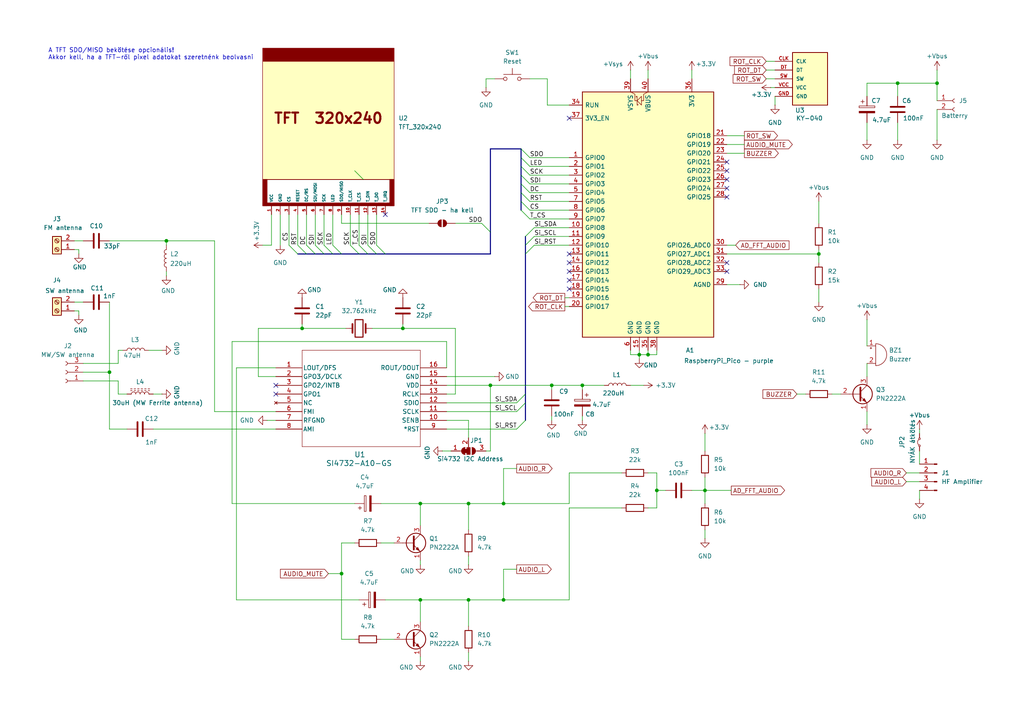
<source format=kicad_sch>
(kicad_sch (version 20250114) (generator "eeschema") (generator_version "9.0")
  (paper "A4")
  (title_block (title "Pico radio-5") (date "2025-08-04"))
  (text "A TFT SDO/MISO bekötése opcionális!\nAkkor kell, ha a TFT-ről pixel adatokat szeretnénk beolvasni" (at 13.97 15.748 0) (effects (font (size 1.27 1.27)) (justify left)))
  (junction (at 168.91 111.76))
  (junction (at 48.26 69.85))
  (junction (at 187.96 102.87))
  (junction (at 237.49 73.66))
  (junction (at 87.63 95.25))
  (junction (at 260.35 24.13))
  (junction (at 190.5 142.24))
  (junction (at 146.05 173.99))
  (junction (at 99.06 166.37))
  (junction (at 204.47 142.24))
  (junction (at 121.92 146.05))
  (junction (at 31.75 107.95))
  (junction (at 121.92 173.99))
  (junction (at 135.89 146.05))
  (junction (at 271.78 24.13))
  (junction (at 160.02 111.76))
  (junction (at 116.84 95.25))
  (junction (at 185.42 102.87))
  (junction (at 142.24 111.76))
  (junction (at 135.89 173.99))
  (junction (at 146.05 146.05))
  (no_connect (at 165.1 76.2))
  (no_connect (at 80.01 111.76))
  (no_connect (at 165.1 83.82))
  (no_connect (at 165.1 34.29))
  (no_connect (at 165.1 73.66))
  (no_connect (at 210.82 46.99))
  (no_connect (at 210.82 76.2))
  (no_connect (at 111.76 62.23))
  (no_connect (at 210.82 49.53))
  (no_connect (at 210.82 54.61))
  (no_connect (at 210.82 57.15))
  (no_connect (at 210.82 52.07))
  (no_connect (at 165.1 78.74))
  (no_connect (at 210.82 78.74))
  (no_connect (at 165.1 81.28))
  (no_connect (at 80.01 114.3))
  (bus_entry (at 149.86 116.84) (size 2.54 -2.54))
  (bus_entry (at 106.68 71.12) (size 2.54 2.54))
  (bus_entry (at 91.44 71.12) (size 2.54 2.54))
  (bus_entry (at 102.87 49.53) (size 2.54 2.54))
  (bus_entry (at 88.9 71.12) (size 2.54 2.54))
  (bus_entry (at 151.13 53.34) (size 2.54 2.54))
  (bus_entry (at 151.13 55.88) (size 2.54 2.54))
  (bus_entry (at 96.52 71.12) (size 2.54 2.54))
  (bus_entry (at 151.13 50.8) (size 2.54 2.54))
  (bus_entry (at 149.86 119.38) (size 2.54 -2.54))
  (bus_entry (at 109.22 71.12) (size 2.54 2.54))
  (bus_entry (at 152.4 73.66) (size 2.54 -2.54))
  (bus_entry (at 151.13 45.72) (size 2.54 2.54))
  (bus_entry (at 152.4 71.12) (size 2.54 -2.54))
  (bus_entry (at 151.13 58.42) (size 2.54 2.54))
  (bus_entry (at 152.4 68.58) (size 2.54 -2.54))
  (bus_entry (at 151.13 60.96) (size 2.54 2.54))
  (bus_entry (at 86.36 71.12) (size 2.54 2.54))
  (bus_entry (at 151.13 43.18) (size 2.54 2.54))
  (bus_entry (at 104.14 71.12) (size 2.54 2.54))
  (bus_entry (at 139.7 64.77) (size 2.54 2.54))
  (bus_entry (at 149.86 124.46) (size 2.54 -2.54))
  (bus_entry (at 101.6 71.12) (size 2.54 2.54))
  (bus_entry (at 151.13 48.26) (size 2.54 2.54))
  (bus_entry (at 83.82 71.12) (size 2.54 2.54))
  (bus_entry (at 93.98 71.12) (size 2.54 2.54))
  (wire (pts (xy 80.01 106.68) (xy 68.58 106.68)))
  (wire (pts (xy 222.25 17.78) (xy 224.79 17.78)))
  (wire (pts (xy 104.14 62.23) (xy 104.14 71.12)))
  (wire (pts (xy 77.47 121.92) (xy 80.01 121.92)))
  (wire (pts (xy 129.54 116.84) (xy 149.86 116.84)))
  (wire (pts (xy 48.26 69.85) (xy 62.23 69.85)))
  (wire (pts (xy 251.46 105.41) (xy 251.46 109.22)))
  (wire (pts (xy 168.91 121.92) (xy 168.91 120.65)))
  (wire (pts (xy 210.82 73.66) (xy 237.49 73.66)))
  (wire (pts (xy 22.86 91.44) (xy 22.86 90.17)))
  (bus (pts (xy 151.13 58.42) (xy 151.13 55.88)))
  (wire (pts (xy 135.89 161.29) (xy 135.89 163.83)))
  (bus (pts (xy 151.13 43.18) (xy 151.13 45.72)))
  (wire (pts (xy 135.89 173.99) (xy 121.92 173.99)))
  (wire (pts (xy 43.18 101.6) (xy 46.99 101.6)))
  (wire (pts (xy 222.25 20.32) (xy 224.79 20.32)))
  (bus (pts (xy 93.98 73.66) (xy 96.52 73.66)))
  (wire (pts (xy 182.88 20.32) (xy 182.88 22.86)))
  (wire (pts (xy 116.84 93.98) (xy 116.84 95.25)))
  (wire (pts (xy 204.47 138.43) (xy 204.47 142.24)))
  (wire (pts (xy 99.06 166.37) (xy 99.06 185.42)))
  (wire (pts (xy 237.49 72.39) (xy 237.49 73.66)))
  (bus (pts (xy 142.24 43.18) (xy 142.24 67.31)))
  (wire (pts (xy 251.46 92.71) (xy 251.46 100.33)))
  (wire (pts (xy 158.75 22.86) (xy 158.75 30.48)))
  (wire (pts (xy 185.42 101.6) (xy 185.42 102.87)))
  (wire (pts (xy 135.89 153.67) (xy 135.89 146.05)))
  (wire (pts (xy 135.89 173.99) (xy 146.05 173.99)))
  (wire (pts (xy 210.82 44.45) (xy 215.9 44.45)))
  (wire (pts (xy 260.35 24.13) (xy 260.35 27.94)))
  (wire (pts (xy 99.06 64.77) (xy 99.06 62.23)))
  (wire (pts (xy 22.86 73.66) (xy 22.86 72.39)))
  (wire (pts (xy 160.02 121.92) (xy 160.02 120.65)))
  (wire (pts (xy 34.29 105.41) (xy 24.13 105.41)))
  (wire (pts (xy 146.05 173.99) (xy 165.1 173.99)))
  (wire (pts (xy 190.5 102.87) (xy 190.5 101.6)))
  (wire (pts (xy 135.89 146.05) (xy 121.92 146.05)))
  (wire (pts (xy 111.76 173.99) (xy 121.92 173.99)))
  (wire (pts (xy 62.23 119.38) (xy 80.01 119.38)))
  (wire (pts (xy 187.96 102.87) (xy 185.42 102.87)))
  (wire (pts (xy 48.26 78.74) (xy 48.26 80.01)))
  (wire (pts (xy 153.67 55.88) (xy 165.1 55.88)))
  (wire (pts (xy 121.92 190.5) (xy 121.92 191.77)))
  (wire (pts (xy 251.46 40.64) (xy 251.46 35.56)))
  (wire (pts (xy 163.83 86.36) (xy 165.1 86.36)))
  (wire (pts (xy 128.27 130.81) (xy 130.81 130.81)))
  (wire (pts (xy 129.54 106.68) (xy 129.54 99.06)))
  (wire (pts (xy 224.79 27.94) (xy 224.79 30.48)))
  (wire (pts (xy 182.88 102.87) (xy 185.42 102.87)))
  (wire (pts (xy 74.93 95.25) (xy 74.93 109.22)))
  (wire (pts (xy 262.89 139.7) (xy 266.7 139.7)))
  (wire (pts (xy 237.49 58.42) (xy 237.49 64.77)))
  (bus (pts (xy 152.4 116.84) (xy 152.4 121.92)))
  (bus (pts (xy 152.4 68.58) (xy 152.4 71.12)))
  (wire (pts (xy 110.49 157.48) (xy 114.3 157.48)))
  (bus (pts (xy 91.44 73.66) (xy 93.98 73.66)))
  (wire (pts (xy 237.49 83.82) (xy 237.49 87.63)))
  (wire (pts (xy 91.44 62.23) (xy 91.44 71.12)))
  (wire (pts (xy 62.23 69.85) (xy 62.23 119.38)))
  (wire (pts (xy 143.51 22.86) (xy 140.97 22.86)))
  (wire (pts (xy 67.31 99.06) (xy 67.31 146.05)))
  (wire (pts (xy 204.47 125.73) (xy 204.47 130.81)))
  (bus (pts (xy 142.24 67.31) (xy 142.24 73.66)))
  (wire (pts (xy 271.78 24.13) (xy 271.78 29.21)))
  (wire (pts (xy 163.83 88.9) (xy 165.1 88.9)))
  (wire (pts (xy 154.94 66.04) (xy 165.1 66.04)))
  (wire (pts (xy 34.29 101.6) (xy 34.29 105.41)))
  (wire (pts (xy 21.59 87.63) (xy 24.13 87.63)))
  (wire (pts (xy 182.88 111.76) (xy 186.69 111.76)))
  (wire (pts (xy 210.82 71.12) (xy 213.36 71.12)))
  (wire (pts (xy 185.42 102.87) (xy 185.42 104.14)))
  (wire (pts (xy 124.46 64.77) (xy 99.06 64.77)))
  (wire (pts (xy 135.89 173.99) (xy 135.89 181.61)))
  (wire (pts (xy 187.96 101.6) (xy 187.96 102.87)))
  (wire (pts (xy 251.46 24.13) (xy 260.35 24.13)))
  (wire (pts (xy 48.26 69.85) (xy 48.26 71.12)))
  (wire (pts (xy 78.74 62.23) (xy 78.74 71.12)))
  (bus (pts (xy 99.06 73.66) (xy 104.14 73.66)))
  (wire (pts (xy 271.78 20.32) (xy 271.78 24.13)))
  (wire (pts (xy 121.92 146.05) (xy 121.92 152.4)))
  (wire (pts (xy 187.96 20.32) (xy 187.96 22.86)))
  (wire (pts (xy 74.93 95.25) (xy 87.63 95.25)))
  (wire (pts (xy 146.05 146.05) (xy 165.1 146.05)))
  (wire (pts (xy 135.89 121.92) (xy 135.89 127)))
  (wire (pts (xy 153.67 45.72) (xy 165.1 45.72)))
  (wire (pts (xy 109.22 62.23) (xy 109.22 71.12)))
  (wire (pts (xy 190.5 147.32) (xy 187.96 147.32)))
  (bus (pts (xy 151.13 53.34) (xy 151.13 50.8)))
  (bus (pts (xy 152.4 73.66) (xy 152.4 114.3)))
  (wire (pts (xy 165.1 137.16) (xy 165.1 146.05)))
  (bus (pts (xy 104.14 73.66) (xy 106.68 73.66)))
  (wire (pts (xy 153.67 60.96) (xy 165.1 60.96)))
  (wire (pts (xy 67.31 146.05) (xy 102.87 146.05)))
  (wire (pts (xy 116.84 95.25) (xy 132.08 95.25)))
  (wire (pts (xy 24.13 107.95) (xy 31.75 107.95)))
  (wire (pts (xy 121.92 162.56) (xy 121.92 163.83)))
  (wire (pts (xy 223.52 25.4) (xy 224.79 25.4)))
  (wire (pts (xy 154.94 71.12) (xy 165.1 71.12)))
  (wire (pts (xy 210.82 41.91) (xy 215.9 41.91)))
  (wire (pts (xy 158.75 30.48) (xy 165.1 30.48)))
  (wire (pts (xy 260.35 40.64) (xy 260.35 35.56)))
  (wire (pts (xy 129.54 119.38) (xy 149.86 119.38)))
  (wire (pts (xy 68.58 106.68) (xy 68.58 173.99)))
  (wire (pts (xy 99.06 157.48) (xy 99.06 166.37)))
  (wire (pts (xy 31.75 69.85) (xy 48.26 69.85)))
  (wire (pts (xy 168.91 111.76) (xy 168.91 113.03)))
  (wire (pts (xy 251.46 27.94) (xy 251.46 24.13)))
  (wire (pts (xy 96.52 62.23) (xy 96.52 71.12)))
  (wire (pts (xy 68.58 173.99) (xy 104.14 173.99)))
  (wire (pts (xy 132.08 114.3) (xy 132.08 95.25)))
  (bus (pts (xy 151.13 60.96) (xy 151.13 58.42)))
  (wire (pts (xy 149.86 165.1) (xy 146.05 165.1)))
  (wire (pts (xy 86.36 62.23) (xy 86.36 71.12)))
  (wire (pts (xy 210.82 39.37) (xy 215.9 39.37)))
  (wire (pts (xy 129.54 109.22) (xy 143.51 109.22)))
  (wire (pts (xy 204.47 153.67) (xy 204.47 156.21)))
  (wire (pts (xy 200.66 20.32) (xy 200.66 22.86)))
  (wire (pts (xy 110.49 185.42) (xy 114.3 185.42)))
  (wire (pts (xy 165.1 147.32) (xy 165.1 173.99)))
  (wire (pts (xy 241.3 114.3) (xy 243.84 114.3)))
  (wire (pts (xy 149.86 135.89) (xy 146.05 135.89)))
  (bus (pts (xy 142.24 73.66) (xy 111.76 73.66)))
  (bus (pts (xy 151.13 45.72) (xy 151.13 48.26)))
  (wire (pts (xy 21.59 69.85) (xy 24.13 69.85)))
  (wire (pts (xy 204.47 142.24) (xy 212.09 142.24)))
  (wire (pts (xy 160.02 111.76) (xy 168.91 111.76)))
  (wire (pts (xy 146.05 165.1) (xy 146.05 173.99)))
  (bus (pts (xy 106.68 73.66) (xy 109.22 73.66)))
  (wire (pts (xy 99.06 185.42) (xy 102.87 185.42)))
  (wire (pts (xy 31.75 107.95) (xy 31.75 124.46)))
  (wire (pts (xy 87.63 93.98) (xy 87.63 95.25)))
  (wire (pts (xy 110.49 146.05) (xy 121.92 146.05)))
  (wire (pts (xy 210.82 82.55) (xy 214.63 82.55)))
  (bus (pts (xy 86.36 73.66) (xy 88.9 73.66)))
  (wire (pts (xy 95.25 166.37) (xy 99.06 166.37)))
  (wire (pts (xy 222.25 22.86) (xy 224.79 22.86)))
  (wire (pts (xy 83.82 62.23) (xy 83.82 71.12)))
  (wire (pts (xy 101.6 62.23) (xy 101.6 71.12)))
  (wire (pts (xy 22.86 72.39) (xy 21.59 72.39)))
  (wire (pts (xy 153.67 53.34) (xy 165.1 53.34)))
  (wire (pts (xy 266.7 130.81) (xy 266.7 134.62)))
  (wire (pts (xy 129.54 124.46) (xy 149.86 124.46)))
  (wire (pts (xy 165.1 147.32) (xy 180.34 147.32)))
  (wire (pts (xy 165.1 137.16) (xy 180.34 137.16)))
  (wire (pts (xy 190.5 142.24) (xy 190.5 147.32)))
  (bus (pts (xy 109.22 73.66) (xy 111.76 73.66)))
  (wire (pts (xy 135.89 146.05) (xy 146.05 146.05)))
  (wire (pts (xy 153.67 63.5) (xy 165.1 63.5)))
  (wire (pts (xy 182.88 101.6) (xy 182.88 102.87)))
  (wire (pts (xy 142.24 111.76) (xy 160.02 111.76)))
  (wire (pts (xy 129.54 111.76) (xy 142.24 111.76)))
  (wire (pts (xy 187.96 137.16) (xy 190.5 137.16)))
  (wire (pts (xy 135.89 121.92) (xy 129.54 121.92)))
  (wire (pts (xy 129.54 99.06) (xy 67.31 99.06)))
  (wire (pts (xy 34.29 101.6) (xy 35.56 101.6)))
  (wire (pts (xy 129.54 114.3) (xy 132.08 114.3)))
  (wire (pts (xy 266.7 125.73) (xy 266.7 124.46)))
  (wire (pts (xy 142.24 130.81) (xy 142.24 111.76)))
  (wire (pts (xy 168.91 111.76) (xy 175.26 111.76)))
  (wire (pts (xy 262.89 137.16) (xy 266.7 137.16)))
  (wire (pts (xy 44.45 114.3) (xy 46.99 114.3)))
  (bus (pts (xy 96.52 73.66) (xy 99.06 73.66)))
  (wire (pts (xy 121.92 173.99) (xy 121.92 180.34)))
  (wire (pts (xy 154.94 68.58) (xy 165.1 68.58)))
  (wire (pts (xy 31.75 124.46) (xy 36.83 124.46)))
  (wire (pts (xy 93.98 62.23) (xy 93.98 71.12)))
  (bus (pts (xy 152.4 114.3) (xy 152.4 116.84)))
  (wire (pts (xy 88.9 62.23) (xy 88.9 71.12)))
  (wire (pts (xy 140.97 22.86) (xy 140.97 25.4)))
  (wire (pts (xy 22.86 90.17) (xy 21.59 90.17)))
  (wire (pts (xy 87.63 95.25) (xy 100.33 95.25)))
  (wire (pts (xy 31.75 87.63) (xy 31.75 107.95)))
  (bus (pts (xy 151.13 50.8) (xy 151.13 48.26)))
  (wire (pts (xy 132.08 64.77) (xy 139.7 64.77)))
  (wire (pts (xy 251.46 119.38) (xy 251.46 123.19)))
  (wire (pts (xy 44.45 124.46) (xy 80.01 124.46)))
  (wire (pts (xy 140.97 130.81) (xy 142.24 130.81)))
  (wire (pts (xy 34.29 114.3) (xy 36.83 114.3)))
  (wire (pts (xy 193.04 142.24) (xy 190.5 142.24)))
  (bus (pts (xy 152.4 71.12) (xy 152.4 73.66)))
  (wire (pts (xy 187.96 102.87) (xy 190.5 102.87)))
  (wire (pts (xy 200.66 142.24) (xy 204.47 142.24)))
  (wire (pts (xy 160.02 111.76) (xy 160.02 113.03)))
  (wire (pts (xy 153.67 48.26) (xy 165.1 48.26)))
  (wire (pts (xy 231.14 114.3) (xy 233.68 114.3)))
  (wire (pts (xy 271.78 31.75) (xy 271.78 40.64)))
  (wire (pts (xy 102.87 157.48) (xy 99.06 157.48)))
  (wire (pts (xy 146.05 135.89) (xy 146.05 146.05)))
  (wire (pts (xy 266.7 142.24) (xy 266.7 144.78)))
  (wire (pts (xy 107.95 95.25) (xy 116.84 95.25)))
  (wire (pts (xy 153.67 50.8) (xy 165.1 50.8)))
  (wire (pts (xy 153.67 22.86) (xy 158.75 22.86)))
  (wire (pts (xy 76.2 71.12) (xy 78.74 71.12)))
  (wire (pts (xy 81.28 62.23) (xy 81.28 71.12)))
  (wire (pts (xy 204.47 142.24) (xy 204.47 146.05)))
  (wire (pts (xy 153.67 58.42) (xy 165.1 58.42)))
  (wire (pts (xy 237.49 73.66) (xy 237.49 76.2)))
  (bus (pts (xy 151.13 55.88) (xy 151.13 53.34)))
  (bus (pts (xy 142.24 43.18) (xy 151.13 43.18)))
  (wire (pts (xy 260.35 24.13) (xy 271.78 24.13)))
  (wire (pts (xy 24.13 110.49) (xy 34.29 110.49)))
  (wire (pts (xy 135.89 189.23) (xy 135.89 191.77)))
  (wire (pts (xy 106.68 62.23) (xy 106.68 71.12)))
  (wire (pts (xy 34.29 110.49) (xy 34.29 114.3)))
  (wire (pts (xy 190.5 137.16) (xy 190.5 142.24)))
  (wire (pts (xy 74.93 109.22) (xy 80.01 109.22)))
  (bus (pts (xy 88.9 73.66) (xy 91.44 73.66)))
  (label "SDI" (at 153.67 53.34 0))
  (label "LED" (at 153.67 48.26 0))
  (label "SDI" (at 106.68 71.12 90))
  (label "Si_RST" (at 154.94 71.12 0))
  (label "Si_SCL" (at 154.94 68.58 0))
  (label "DC" (at 153.67 55.88 0))
  (label "SDI" (at 91.44 71.12 90))
  (label "RST" (at 86.36 71.12 90))
  (label "CS" (at 83.82 67.31 270))
  (label "LED" (at 96.52 71.12 90))
  (label "Si_SDA" (at 154.94 66.04 0))
  (label "Si_RST" (at 143.51 124.46 0))
  (label "SDO" (at 109.22 71.12 90))
  (label "RST" (at 153.67 58.42 0))
  (label "T_CS" (at 153.67 63.5 0))
  (label "SCK" (at 93.98 71.12 90))
  (label "Si_SDA" (at 143.51 116.84 0))
  (label "Si_SCL" (at 143.51 119.38 0))
  (label "T_CS" (at 104.14 71.12 90))
  (label "CS" (at 153.67 60.96 0))
  (label "DC" (at 88.9 71.12 90))
  (label "SCK" (at 153.67 50.8 0))
  (label "SDO" (at 135.89 64.77 0))
  (label "SCK" (at 101.6 71.12 90))
  (label "SDO" (at 153.67 45.72 0))
  (global_label "AUDIO_R" (shape input) (at 262.89 137.16 180) (property "Intersheetrefs" "${INTERSHEET_REFS}" (effects (hide yes))))
  (global_label "ROT_SW" (shape output) (at 215.9 39.37 0) (property "Intersheetrefs" "${INTERSHEET_REFS}" (effects (hide yes))))
  (global_label "BUZZER" (shape output) (at 215.9 44.45 0) (property "Intersheetrefs" "${INTERSHEET_REFS}" (effects (hide yes))))
  (global_label "AD_FFT_AUDIO" (shape input) (at 213.36 71.12 0) (property "Intersheetrefs" "${INTERSHEET_REFS}" (effects (hide yes))))
  (global_label "AUDIO_MUTE" (shape output) (at 215.9 41.91 0) (property "Intersheetrefs" "${INTERSHEET_REFS}" (effects (hide yes))))
  (global_label "AUDIO_R" (shape output) (at 149.86 135.89 0) (property "Intersheetrefs" "${INTERSHEET_REFS}" (effects (hide yes))))
  (global_label "AUDIO_L" (shape output) (at 149.86 165.1 0) (property "Intersheetrefs" "${INTERSHEET_REFS}" (effects (hide yes))))
  (global_label "AUDIO_L" (shape input) (at 262.89 139.7 180) (property "Intersheetrefs" "${INTERSHEET_REFS}" (effects (hide yes))))
  (global_label "ROT_CLK" (shape output) (at 163.83 88.9 180) (property "Intersheetrefs" "${INTERSHEET_REFS}" (effects (hide yes))))
  (global_label "ROT_CLK" (shape input) (at 222.25 17.78 180) (property "Intersheetrefs" "${INTERSHEET_REFS}" (effects (hide yes))))
  (global_label "BUZZER" (shape input) (at 231.14 114.3 180) (property "Intersheetrefs" "${INTERSHEET_REFS}" (effects (hide yes))))
  (global_label "AD_FFT_AUDIO" (shape output) (at 212.09 142.24 0) (property "Intersheetrefs" "${INTERSHEET_REFS}" (effects (hide yes))))
  (global_label "AUDIO_MUTE" (shape input) (at 95.25 166.37 180) (property "Intersheetrefs" "${INTERSHEET_REFS}" (effects (hide yes))))
  (global_label "ROT_DT" (shape output) (at 163.83 86.36 180) (property "Intersheetrefs" "${INTERSHEET_REFS}" (effects (hide yes))))
  (global_label "ROT_SW" (shape input) (at 222.25 22.86 180) (property "Intersheetrefs" "${INTERSHEET_REFS}" (effects (hide yes))))
  (global_label "ROT_DT" (shape input) (at 222.25 20.32 180) (property "Intersheetrefs" "${INTERSHEET_REFS}" (effects (hide yes))))
  (symbol (lib_id "Transistor_BJT:PN2222A") (at 119.38 157.48 0) (unit 1)
    (property "Reference" "Q1" (at 124.46 156.2099 0) (effects (justify left)))
    (property "Value" "PN2222A" (at 124.46 158.7499 0) (effects (justify left)))
    (property "Footprint" "Package_TO_SOT_THT:TO-92_Inline" (effects (hide yes)))
    (property "Datasheet" "https://www.onsemi.com/pub/Collateral/PN2222-D.PDF" (effects (hide yes)))
    (property "Description" "1A Ic, 40V Vce, NPN Transistor, General Purpose Transistor, TO-92" (effects (hide yes)))
  )
  (symbol (lib_id "power:+3.3V") (at 76.2 71.12 90) (unit 1)
    (property "Reference" "#PWR01" (effects (hide yes)))
    (property "Value" "+3.3V" (at 74.422 67.056 0))
    (property "Description" "Power symbol creates a global label with name \"+3.3V\"" (effects (hide yes)))
  )
  (symbol (lib_id "power:GND") (at 168.91 121.92 0) (unit 1)
    (property "Reference" "#PWR032" (effects (hide yes)))
    (property "Value" "GND" (at 168.402 125.73 0))
    (property "Description" "Power symbol creates a global label with name \"GND\" , ground" (effects (hide yes)))
  )
  (symbol (lib_id "power:+3.3V") (at 200.66 20.32 0) (unit 1)
    (property "Reference" "#PWR04" (effects (hide yes)))
    (property "Value" "+3.3V" (at 204.724 18.542 0))
    (property "Description" "Power symbol creates a global label with name \"+3.3V\"" (effects (hide yes)))
  )
  (symbol (lib_id "power:+BATT") (at 182.88 20.32 0) (unit 1)
    (property "Reference" "#PWR024" (effects (hide yes)))
    (property "Value" "+Vsys" (at 177.8 18.542 0))
    (property "Description" "Power symbol creates a global label with name \"+BATT\"" (effects (hide yes)))
  )
  (symbol (lib_id "power:GND") (at 251.46 40.64 0) (unit 1)
    (property "Reference" "#PWR027" (effects (hide yes)))
    (property "Value" "GND" (at 251.46 45.72 0))
    (property "Description" "Power symbol creates a global label with name \"GND\" , ground" (effects (hide yes)))
  )
  (symbol (lib_id "Connector:Conn_01x03_Socket") (at 19.05 107.95 180) (unit 1)
    (property "Reference" "J2" (at 19.685 100.33 0))
    (property "Value" "MW/SW antenna" (at 19.685 102.87 0))
    (property "Footprint" "Connector_PinHeader_2.54mm:PinHeader_1x03_P2.54mm_Vertical" (effects (hide yes)))
    (property "Description" "Generic connector, single row, 01x03, script generated" (effects (hide yes)))
  )
  (symbol (lib_id "Device:L_Ferrite") (at 40.64 114.3 90) (unit 1)
    (property "Reference" "L4" (at 40.64 110.744 90))
    (property "Value" "30uH (MW Ferrite antenna)" (at 45.72 116.84 90))
    (property "Footprint" "Connector_PinHeader_2.54mm:PinHeader_1x02_P2.54mm_Vertical" (effects (hide yes)))
    (property "Description" "Inductor with ferrite core" (effects (hide yes)))
  )
  (symbol (lib_id "Device:R") (at 204.47 149.86 180) (unit 1)
    (property "Reference" "R6" (at 207.01 148.5899 0) (effects (justify right)))
    (property "Value" "10k" (at 207.01 151.1299 0) (effects (justify right)))
    (property "Footprint" "Resistor_THT:R_Axial_DIN0207_L6.3mm_D2.5mm_P10.16mm_Horizontal" (effects (hide yes)))
    (property "Description" "Resistor" (effects (hide yes)))
  )
  (symbol (lib_id "power:GND") (at 81.28 71.12 0) (unit 1)
    (property "Reference" "#PWR02" (effects (hide yes)))
    (property "Value" "GND" (at 81.28 76.2 0))
    (property "Description" "Power symbol creates a global label with name \"GND\" , ground" (effects (hide yes)))
  )
  (symbol (lib_id "Connector:Screw_Terminal_01x02") (at 16.51 90.17 180) (unit 1)
    (property "Reference" "J4" (at 16.51 81.28 0))
    (property "Value" "SW antenna" (at 18.796 84.328 0))
    (property "Footprint" "TerminalBlock_4Ucon:TerminalBlock_4Ucon_1x02_P3.50mm_Horizontal" (effects (hide yes)))
    (property "Description" "Generic screw terminal, single row, 01x02, script generated (kicad-library-utils/schlib/autogen/connector/)" (effects (hide yes)))
  )
  (symbol (lib_id "Device:C") (at 87.63 90.17 180) (unit 1)
    (property "Reference" "C1" (at 91.44 88.8999 0) (effects (justify right)))
    (property "Value" "22pF" (at 91.44 91.4399 0) (effects (justify right)))
    (property "Footprint" "Capacitor_THT:C_Disc_D3.0mm_W1.6mm_P2.50mm" (effects (hide yes)))
    (property "Description" "Unpolarized capacitor" (effects (hide yes)))
  )
  (symbol (lib_id "Switch:SW_Omron_B3FS") (at 148.59 22.86 0) (unit 1)
    (property "Reference" "SW1" (at 148.59 15.24 0))
    (property "Value" "Reset" (at 148.59 17.78 0))
    (property "Footprint" "Connector_PinHeader_2.54mm:PinHeader_1x02_P2.54mm_Vertical" (effects (hide yes)))
    (property "Datasheet" "https://omronfs.omron.com/en_US/ecb/products/pdf/en-b3fs.pdf" (effects (hide yes)))
    (property "Description" "Omron B3FS 6x6mm single pole normally-open tactile switch" (effects (hide yes)))
  )
  (symbol (lib_id "Device:R") (at 135.89 185.42 180) (unit 1)
    (property "Reference" "R10" (at 138.43 184.1499 0) (effects (justify right)))
    (property "Value" "4.7k" (at 138.43 186.6899 0) (effects (justify right)))
    (property "Footprint" "Resistor_THT:R_Axial_DIN0207_L6.3mm_D2.5mm_P10.16mm_Horizontal" (effects (hide yes)))
    (property "Description" "Resistor" (effects (hide yes)))
  )
  (symbol (lib_id "power:GND") (at 237.49 87.63 0) (unit 1)
    (property "Reference" "#PWR017" (effects (hide yes)))
    (property "Value" "GND" (at 237.49 92.71 0))
    (property "Description" "Power symbol creates a global label with name \"GND\" , ground" (effects (hide yes)))
  )
  (symbol (lib_id "Connector:Conn_01x02_Socket") (at 276.86 29.21 0) (unit 1)
    (property "Reference" "J5" (at 278.13 29.2099 0) (effects (justify left)))
    (property "Value" "Batterry" (at 273.05 33.528 0) (effects (justify left)))
    (property "Footprint" "Connector_PinHeader_2.54mm:PinHeader_1x02_P2.54mm_Vertical" (effects (hide yes)))
    (property "Description" "Generic connector, single row, 01x02, script generated" (effects (hide yes)))
  )
  (symbol (lib_id "Device:C") (at 260.35 31.75 0) (unit 1)
    (property "Reference" "C6" (at 261.62 29.21 0) (effects (justify left)))
    (property "Value" "100nF" (at 261.874 34.29 0) (effects (justify left)))
    (property "Footprint" "Capacitor_THT:C_Disc_D7.0mm_W2.5mm_P5.00mm" (effects (hide yes)))
    (property "Description" "Unpolarized capacitor" (effects (hide yes)))
  )
  (symbol (lib_id "power:GND") (at 121.92 163.83 0) (unit 1)
    (property "Reference" "#PWR020" (effects (hide yes)))
    (property "Value" "GND" (at 118.11 165.608 0))
    (property "Description" "Power symbol creates a global label with name \"GND\" , ground" (effects (hide yes)))
  )
  (symbol (lib_id "power:GND") (at 22.86 91.44 0) (unit 1)
    (property "Reference" "#PWR037" (effects (hide yes)))
    (property "Value" "GND" (at 23.368 95.758 0))
    (property "Description" "Power symbol creates a global label with name \"GND\" , ground" (effects (hide yes)))
  )
  (symbol (lib_id "Device:R") (at 237.49 114.3 90) (unit 1)
    (property "Reference" "R11" (at 237.49 107.95 90))
    (property "Value" "4.7k" (at 237.49 110.49 90))
    (property "Footprint" "Resistor_THT:R_Axial_DIN0207_L6.3mm_D2.5mm_P10.16mm_Horizontal" (effects (hide yes)))
    (property "Description" "Resistor" (effects (hide yes)))
  )
  (symbol (lib_id "power:GND") (at 214.63 82.55 90) (unit 1)
    (property "Reference" "#PWR012" (effects (hide yes)))
    (property "Value" "GND" (at 218.44 82.5499 90) (effects (justify right)))
    (property "Description" "Power symbol creates a global label with name \"GND\" , ground" (effects (hide yes)))
  )
  (symbol (lib_id "power:GND") (at 22.86 73.66 0) (unit 1)
    (property "Reference" "#PWR036" (effects (hide yes)))
    (property "Value" "GND" (at 23.114 77.47 0))
    (property "Description" "Power symbol creates a global label with name \"GND\" , ground" (effects (hide yes)))
  )
  (symbol (lib_id "power:GND") (at 116.84 86.36 180) (unit 1)
    (property "Reference" "#PWR015" (effects (hide yes)))
    (property "Value" "GND" (at 113.03 84.074 0))
    (property "Description" "Power symbol creates a global label with name \"GND\" , ground" (effects (hide yes)))
  )
  (symbol (lib_id "Device:R") (at 106.68 185.42 90) (unit 1)
    (property "Reference" "R8" (at 106.68 179.07 90))
    (property "Value" "4.7k" (at 106.68 181.61 90))
    (property "Footprint" "Resistor_THT:R_Axial_DIN0207_L6.3mm_D2.5mm_P10.16mm_Horizontal" (effects (hide yes)))
    (property "Description" "Resistor" (effects (hide yes)))
  )
  (symbol (lib_id "power:GND") (at 271.78 40.64 0) (unit 1)
    (property "Reference" "#PWR025" (effects (hide yes)))
    (property "Value" "GND" (at 271.78 45.72 0))
    (property "Description" "Power symbol creates a global label with name \"GND\" , ground" (effects (hide yes)))
  )
  (symbol (lib_id "Jumper:SolderJumper_2_Open") (at 128.27 64.77 0) (unit 1) (in_bom no)
    (property "Reference" "JP3" (at 128.27 58.42 0))
    (property "Value" "TFT SDO - ha kell" (at 128.27 60.96 0))
    (property "Footprint" "Jumper:SolderJumper-2_P1.3mm_Open_RoundedPad1.0x1.5mm" (effects (hide yes)))
    (property "Description" "Solder Jumper, 2-pole, open" (effects (hide yes)))
  )
  (symbol (lib_id "Device:Buzzer") (at 254 102.87 0) (unit 1)
    (property "Reference" "BZ1" (at 257.81 101.5999 0) (effects (justify left)))
    (property "Value" "Buzzer" (at 257.81 104.1399 0) (effects (justify left)))
    (property "Footprint" "Buzzer_Beeper:Buzzer_12x9.5RM7.6" (effects (hide yes)))
    (property "Description" "Buzzer, polarized" (effects (hide yes)))
  )
  (symbol (lib_id "Device:R") (at 204.47 134.62 180) (unit 1)
    (property "Reference" "R5" (at 207.01 133.3499 0) (effects (justify right)))
    (property "Value" "10k" (at 207.01 135.8899 0) (effects (justify right)))
    (property "Footprint" "Resistor_THT:R_Axial_DIN0207_L6.3mm_D2.5mm_P10.16mm_Horizontal" (effects (hide yes)))
    (property "Description" "Resistor" (effects (hide yes)))
  )
  (symbol (lib_id "Device:L") (at 179.07 111.76 90) (unit 1)
    (property "Reference" "L1" (at 180.086 108.712 90) (effects (justify left)))
    (property "Value" "220uH" (at 181.102 114.046 90) (effects (justify left)))
    (property "Footprint" "Resistor_THT:R_Axial_DIN0207_L6.3mm_D2.5mm_P10.16mm_Horizontal" (effects (hide yes)))
    (property "Description" "Inductor" (effects (hide yes)))
  )
  (symbol (lib_id "power:+BATT") (at 237.49 58.42 0) (unit 1)
    (property "Reference" "#PWR016" (effects (hide yes)))
    (property "Value" "+Vbus" (at 237.49 54.356 0))
    (property "Description" "Power symbol creates a global label with name \"+BATT\"" (effects (hide yes)))
  )
  (symbol (lib_id "power:GND") (at 140.97 25.4 0) (unit 1)
    (property "Reference" "#PWR029" (effects (hide yes)))
    (property "Value" "GND" (at 140.97 30.48 0))
    (property "Description" "Power symbol creates a global label with name \"GND\" , ground" (effects (hide yes)))
  )
  (symbol (lib_id "Device:C_Polarized") (at 106.68 146.05 90) (unit 1)
    (property "Reference" "C4" (at 105.791 138.43 90))
    (property "Value" "4.7uF" (at 105.791 140.97 90))
    (property "Footprint" "Capacitor_THT:CP_Radial_D5.0mm_P2.50mm" (effects (hide yes)))
    (property "Description" "Polarized capacitor" (effects (hide yes)))
  )
  (symbol (lib_id "Device:R") (at 237.49 68.58 0) (unit 1)
    (property "Reference" "R1" (at 240.03 67.3099 0) (effects (justify left)))
    (property "Value" "10k" (at 240.03 69.8499 0) (effects (justify left)))
    (property "Footprint" "Resistor_THT:R_Axial_DIN0207_L6.3mm_D2.5mm_P10.16mm_Horizontal" (effects (hide yes)))
    (property "Description" "Resistor" (effects (hide yes)))
  )
  (symbol (lib_id "power:GND") (at 160.02 121.92 0) (unit 1)
    (property "Reference" "#PWR010" (effects (hide yes)))
    (property "Value" "GND" (at 160.528 126.238 0))
    (property "Description" "Power symbol creates a global label with name \"GND\" , ground" (effects (hide yes)))
  )
  (symbol (lib_id "Connector:Screw_Terminal_01x02") (at 16.51 72.39 180) (unit 1)
    (property "Reference" "J3" (at 16.51 63.5 0))
    (property "Value" "FM antenna" (at 18.288 66.04 0))
    (property "Footprint" "TerminalBlock_4Ucon:TerminalBlock_4Ucon_1x02_P3.50mm_Horizontal" (effects (hide yes)))
    (property "Description" "Generic screw terminal, single row, 01x02, script generated (kicad-library-utils/schlib/autogen/connector/)" (effects (hide yes)))
  )
  (symbol (lib_id "Device:R") (at 237.49 80.01 0) (unit 1)
    (property "Reference" "R2" (at 240.03 78.7399 0) (effects (justify left)))
    (property "Value" "15k" (at 240.03 81.2799 0) (effects (justify left)))
    (property "Footprint" "Resistor_THT:R_Axial_DIN0207_L6.3mm_D2.5mm_P10.16mm_Horizontal" (effects (hide yes)))
    (property "Description" "Resistor" (effects (hide yes)))
  )
  (symbol (lib_id "power:GND") (at 143.51 109.22 90) (unit 1)
    (property "Reference" "#PWR08" (effects (hide yes)))
    (property "Value" "GND" (at 146.558 109.22 90) (effects (justify right)))
    (property "Description" "Power symbol creates a global label with name \"GND\" , ground" (effects (hide yes)))
  )
  (symbol (lib_id "Device:R") (at 184.15 137.16 90) (unit 1)
    (property "Reference" "R3" (at 184.15 130.81 90))
    (property "Value" "22k" (at 184.15 133.35 90))
    (property "Footprint" "Resistor_THT:R_Axial_DIN0207_L6.3mm_D2.5mm_P10.16mm_Horizontal" (effects (hide yes)))
    (property "Description" "Resistor" (effects (hide yes)))
  )
  (symbol (lib_id "Transistor_BJT:PN2222A") (at 119.38 185.42 0) (unit 1)
    (property "Reference" "Q2" (at 124.46 184.1499 0) (effects (justify left)))
    (property "Value" "PN2222A" (at 124.46 186.6899 0) (effects (justify left)))
    (property "Footprint" "Package_TO_SOT_THT:TO-92_Inline" (effects (hide yes)))
    (property "Datasheet" "https://www.onsemi.com/pub/Collateral/PN2222-D.PDF" (effects (hide yes)))
    (property "Description" "1A Ic, 40V Vce, NPN Transistor, General Purpose Transistor, TO-92" (effects (hide yes)))
  )
  (symbol (lib_id "power:GND") (at 260.35 40.64 0) (unit 1)
    (property "Reference" "#PWR028" (effects (hide yes)))
    (property "Value" "GND" (at 260.35 45.72 0))
    (property "Description" "Power symbol creates a global label with name \"GND\" , ground" (effects (hide yes)))
  )
  (symbol (lib_id "MCU_Module:RaspberryPi_Pico") (at 187.96 60.96 0) (unit 1)
    (property "Reference" "A1" (at 198.882 101.6 0) (effects (justify left)))
    (property "Value" "RaspberryPi_Pico - purple" (at 198.374 104.648 0) (effects (justify left)))
    (property "Footprint" "Module:RaspberryPi_Pico_Common_THT-simple" (effects (hide yes)))
    (property "Datasheet" "https://datasheets.raspberrypi.com/pico/pico-datasheet.pdf" (effects (hide yes)))
    (property "Description" "Versatile and inexpensive microcontroller module powered by RP2040 dual-core Arm Cortex-M0+ processor up to 133 MHz, 264kB SRAM, 2MB QSPI flash; also supports Raspberry Pi Pico 2" (effects (hide yes)))
  )
  (symbol (lib_id "Device:C_Polarized") (at 107.95 173.99 90) (unit 1)
    (property "Reference" "C5" (at 107.061 166.37 90))
    (property "Value" "4.7uF" (at 107.061 168.91 90))
    (property "Footprint" "Capacitor_THT:CP_Radial_D5.0mm_P2.50mm" (effects (hide yes)))
    (property "Description" "Polarized capacitor" (effects (hide yes)))
  )
  (symbol (lib_id "Device:C") (at 40.64 124.46 270) (unit 1)
    (property "Reference" "C12" (at 43.942 121.412 90))
    (property "Value" "1nF" (at 43.942 128.27 90))
    (property "Footprint" "Capacitor_THT:C_Disc_D3.0mm_W1.6mm_P2.50mm" (effects (hide yes)))
    (property "Description" "Unpolarized capacitor" (effects (hide yes)))
  )
  (symbol (lib_id "power:GND") (at 185.42 104.14 0) (unit 1)
    (property "Reference" "#PWR03" (effects (hide yes)))
    (property "Value" "GND" (at 188.722 105.918 0))
    (property "Description" "Power symbol creates a global label with name \"GND\" , ground" (effects (hide yes)))
  )
  (symbol (lib_id "Device:C_Polarized") (at 168.91 116.84 0) (mirror y) (unit 1)
    (property "Reference" "C8" (at 172.466 120.142 0) (effects (justify left)))
    (property "Value" "4.7uF" (at 177.292 117.348 0) (effects (justify left)))
    (property "Footprint" "Capacitor_THT:CP_Radial_D5.0mm_P2.50mm" (effects (hide yes)))
    (property "Description" "Polarized capacitor" (effects (hide yes)))
  )
  (symbol (lib_id "Device:C") (at 116.84 90.17 0) (unit 1)
    (property "Reference" "C2" (at 120.65 88.8999 0) (effects (justify left)))
    (property "Value" "22pF" (at 120.65 91.4399 0) (effects (justify left)))
    (property "Footprint" "Capacitor_THT:C_Disc_D3.0mm_W1.6mm_P2.50mm" (effects (hide yes)))
    (property "Description" "Unpolarized capacitor" (effects (hide yes)))
  )
  (symbol (lib_id "Device:C_Polarized") (at 251.46 31.75 0) (unit 1)
    (property "Reference" "C7" (at 252.73 29.21 0) (effects (justify left)))
    (property "Value" "4.7uF" (at 252.984 34.798 0) (effects (justify left)))
    (property "Footprint" "Capacitor_THT:CP_Radial_D5.0mm_P2.50mm" (effects (hide yes)))
    (property "Description" "Polarized capacitor" (effects (hide yes)))
  )
  (symbol (lib_id "Device:KY-040") (at 234.95 22.86 0) (unit 1)
    (property "Reference" "U3" (at 230.632 32.004 0) (effects (justify left)))
    (property "Value" "KY-040" (at 230.886 34.29 0) (effects (justify left)))
    (property "Footprint" "Rotary_Encoder:KY-040-PORT" (effects (hide yes)))
    (property "MF" "Joy-IT" (effects (hide yes)))
    (property "Description_1" "KY-5.0-4P Green(RAL6018/T) ; CONTACT WITH TIN PLATED MARK" (effects (hide yes)))
    (property "Package" "Package" (effects (hide yes)))
    (property "Price" "None" (effects (hide yes)))
    (property "SnapEDA_Link" "https://www.snapeda.com/parts/KY-040/Joy-IT/view-part/?ref=snap" (effects (hide yes)))
    (property "MP" "KY-040" (effects (hide yes)))
    (property "Availability" "Not in stock" (effects (hide yes)))
    (property "Check_prices" "https://www.snapeda.com/parts/KY-040/Joy-IT/view-part/?ref=eda" (effects (hide yes)))
  )
  (symbol (lib_id "Device:Crystal") (at 104.14 95.25 0) (mirror y) (unit 1)
    (property "Reference" "Y1" (at 104.14 87.63 0))
    (property "Value" "32.762kHz" (at 104.14 90.17 0))
    (property "Footprint" "Crystal:Crystal_C38-LF_D3.0mm_L8.0mm_Horizontal" (effects (hide yes)))
    (property "Description" "Two pin crystal" (effects (hide yes)))
  )
  (symbol (lib_id "power:GND") (at 46.99 114.3 90) (unit 1)
    (property "Reference" "#PWR035" (effects (hide yes)))
    (property "Value" "GND" (at 51.308 113.792 0))
    (property "Description" "Power symbol creates a global label with name \"GND\" , ground" (effects (hide yes)))
  )
  (symbol (lib_id "Device:L") (at 48.26 74.93 180) (unit 1)
    (property "Reference" "L2" (at 51.816 73.66 0) (effects (justify left)))
    (property "Value" "220uH" (at 55.626 76.454 0) (effects (justify left)))
    (property "Footprint" "Resistor_THT:R_Axial_DIN0207_L6.3mm_D2.5mm_P10.16mm_Horizontal" (effects (hide yes)))
    (property "Description" "Inductor" (effects (hide yes)))
  )
  (symbol (lib_id "Device:R") (at 106.68 157.48 90) (unit 1)
    (property "Reference" "R7" (at 106.68 151.13 90))
    (property "Value" "4.7k" (at 106.68 153.67 90))
    (property "Footprint" "Resistor_THT:R_Axial_DIN0207_L6.3mm_D2.5mm_P10.16mm_Horizontal" (effects (hide yes)))
    (property "Description" "Resistor" (effects (hide yes)))
  )
  (symbol (lib_id "power:+3.3V") (at 204.47 125.73 0) (unit 1)
    (property "Reference" "#PWR018" (effects (hide yes)))
    (property "Value" "+3.3V" (at 208.534 123.952 0))
    (property "Description" "Power symbol creates a global label with name \"+3.3V\"" (effects (hide yes)))
  )
  (symbol (lib_id "power:+BATT") (at 266.7 124.46 0) (unit 1)
    (property "Reference" "#PWR040" (effects (hide yes)))
    (property "Value" "+Vbus" (at 266.7 120.396 0))
    (property "Description" "Power symbol creates a global label with name \"+BATT\"" (effects (hide yes)))
  )
  (symbol (lib_id "Display_Graphic:TFT_320x240") (at 95.25 59.69 0) (unit 1)
    (property "Reference" "U2" (at 115.57 34.2899 0) (effects (justify left)))
    (property "Value" "TFT_320x240" (at 115.57 36.8299 0) (effects (justify left)))
    (property "Footprint" "Connector_PinHeader_2.54mm:PinHeader_1x14_P2.54mm_Vertical" (effects (hide yes)))
  )
  (symbol (lib_id "Connector:Conn_01x04_Pin") (at 271.78 137.16 0) (mirror y) (unit 1)
    (property "Reference" "J1" (at 273.05 137.1599 0) (effects (justify right)))
    (property "Value" "HF Amplifier" (at 273.05 139.6999 0) (effects (justify right)))
    (property "Footprint" "Connector_PinHeader_2.54mm:PinHeader_1x04_P2.54mm_Vertical" (effects (hide yes)))
    (property "Description" "Generic connector, single row, 01x04, script generated" (effects (hide yes)))
  )
  (symbol (lib_id "power:+3.3V") (at 223.52 25.4 90) (unit 1)
    (property "Reference" "#PWR05" (effects (hide yes)))
    (property "Value" "+3.3V" (at 223.774 27.432 90) (effects (justify left)))
    (property "Description" "Power symbol creates a global label with name \"+3.3V\"" (effects (hide yes)))
  )
  (symbol (lib_id "power:GND") (at 224.79 30.48 0) (unit 1)
    (property "Reference" "#PWR06" (effects (hide yes)))
    (property "Value" "GND" (at 224.79 35.56 0))
    (property "Description" "Power symbol creates a global label with name \"GND\" , ground" (effects (hide yes)))
  )
  (symbol (lib_id "Transistor_BJT:PN2222A") (at 248.92 114.3 0) (unit 1)
    (property "Reference" "Q3" (at 254 113.0299 0) (effects (justify left)))
    (property "Value" "PN2222A" (at 254 115.5699 0) (effects (justify left)))
    (property "Footprint" "Package_TO_SOT_THT:TO-92_Inline" (effects (hide yes)))
    (property "Datasheet" "https://www.onsemi.com/pub/Collateral/PN2222-D.PDF" (effects (hide yes)))
    (property "Description" "1A Ic, 40V Vce, NPN Transistor, General Purpose Transistor, TO-92" (effects (hide yes)))
  )
  (symbol (lib_id "power:GND") (at 204.47 156.21 0) (unit 1)
    (property "Reference" "#PWR019" (effects (hide yes)))
    (property "Value" "GND" (at 204.47 161.29 0))
    (property "Description" "Power symbol creates a global label with name \"GND\" , ground" (effects (hide yes)))
  )
  (symbol (lib_id "power:GND") (at 121.92 191.77 0) (unit 1)
    (property "Reference" "#PWR021" (effects (hide yes)))
    (property "Value" "GND" (at 117.856 193.548 0))
    (property "Description" "Power symbol creates a global label with name \"GND\" , ground" (effects (hide yes)))
  )
  (symbol (lib_id "power:GND") (at 135.89 191.77 0) (unit 1)
    (property "Reference" "#PWR023" (effects (hide yes)))
    (property "Value" "GND" (at 132.08 193.548 0))
    (property "Description" "Power symbol creates a global label with name \"GND\" , ground" (effects (hide yes)))
  )
  (symbol (lib_id "Device:C") (at 196.85 142.24 90) (unit 1)
    (property "Reference" "C3" (at 196.85 134.62 90))
    (property "Value" "100nF" (at 196.85 137.16 90))
    (property "Footprint" "Capacitor_THT:C_Disc_D7.0mm_W2.5mm_P5.00mm" (effects (hide yes)))
    (property "Description" "Unpolarized capacitor" (effects (hide yes)))
  )
  (symbol (lib_id "power:GND") (at 46.99 101.6 90) (unit 1)
    (property "Reference" "#PWR034" (effects (hide yes)))
    (property "Value" "GND" (at 51.308 101.092 0))
    (property "Description" "Power symbol creates a global label with name \"GND\" , ground" (effects (hide yes)))
  )
  (symbol (lib_id "Jumper:Jumper_2_Small_Bridged") (at 266.7 128.27 90) (unit 1)
    (property "Reference" "JP2" (at 261.62 128.27 0))
    (property "Value" "NYÁK átkötés" (at 264.668 128.016 0))
    (property "Footprint" "Resistor_THT:R_Axial_DIN0207_L6.3mm_D2.5mm_P10.16mm_Horizontal" (effects (hide yes)))
    (property "Description" "Jumper, 2-pole, small symbol, bridged" (effects (hide yes)))
  )
  (symbol (lib_id "power:GND") (at 87.63 86.36 180) (unit 1)
    (property "Reference" "#PWR014" (effects (hide yes)))
    (property "Value" "GND" (at 91.186 84.074 0))
    (property "Description" "Power symbol creates a global label with name \"GND\" , ground" (effects (hide yes)))
  )
  (symbol (lib_id "power:+BATT") (at 187.96 20.32 0) (unit 1)
    (property "Reference" "#PWR013" (effects (hide yes)))
    (property "Value" "+Vbus" (at 187.96 16.256 0))
    (property "Description" "Power symbol creates a global label with name \"+BATT\"" (effects (hide yes)))
  )
  (symbol (lib_id "power:GND") (at 266.7 144.78 0) (unit 1)
    (property "Reference" "#PWR030" (effects (hide yes)))
    (property "Value" "GND" (at 266.7 149.86 0))
    (property "Description" "Power symbol creates a global label with name \"GND\" , ground" (effects (hide yes)))
  )
  (symbol (lib_id "power:+BATT") (at 271.78 20.32 0) (unit 1)
    (property "Reference" "#PWR026" (effects (hide yes)))
    (property "Value" "+Vbus" (at 271.78 16.256 0))
    (property "Description" "Power symbol creates a global label with name \"+BATT\"" (effects (hide yes)))
  )
  (symbol (lib_id "Device:C") (at 27.94 69.85 270) (unit 1)
    (property "Reference" "C10" (at 27.94 65.532 90))
    (property "Value" "33pF" (at 32.512 71.374 90))
    (property "Footprint" "Capacitor_THT:C_Disc_D3.0mm_W1.6mm_P2.50mm" (effects (hide yes)))
    (property "Description" "Unpolarized capacitor" (effects (hide yes)))
  )
  (symbol (lib_id "power:+3.3V") (at 186.69 111.76 270) (unit 1)
    (property "Reference" "#PWR09" (effects (hide yes)))
    (property "Value" "+3.3V" (at 193.04 111.76 90))
    (property "Description" "Power symbol creates a global label with name \"+3.3V\"" (effects (hide yes)))
  )
  (symbol (lib_id "power:GND") (at 135.89 163.83 0) (unit 1)
    (property "Reference" "#PWR022" (effects (hide yes)))
    (property "Value" "GND" (at 132.08 165.608 0))
    (property "Description" "Power symbol creates a global label with name \"GND\" , ground" (effects (hide yes)))
  )
  (symbol (lib_id "Device:C") (at 27.94 87.63 90) (unit 1)
    (property "Reference" "C11" (at 28.194 83.566 90))
    (property "Value" "1nF" (at 31.75 85.852 90))
    (property "Footprint" "Capacitor_THT:C_Disc_D3.0mm_W1.6mm_P2.50mm" (effects (hide yes)))
    (property "Description" "Unpolarized capacitor" (effects (hide yes)))
  )
  (symbol (lib_id "Jumper:SolderJumper_3_Bridged12") (at 135.89 130.81 0) (mirror x) (unit 1) (in_bom no)
    (property "Reference" "JP1" (at 138.176 127.762 0))
    (property "Value" "Si4732 I2C Address" (at 136.398 133.096 0))
    (property "Footprint" "Jumper:SolderJumper-3_P1.3mm_Bridged12_RoundedPad1.0x1.5mm" (effects (hide yes)))
    (property "Description" "3-pole Solder Jumper, pins 1+2 closed/bridged" (effects (hide yes)))
  )
  (symbol (lib_id "power:+BATT") (at 251.46 92.71 0) (unit 1)
    (property "Reference" "#PWR011" (effects (hide yes)))
    (property "Value" "+Vbus" (at 251.46 88.646 0))
    (property "Description" "Power symbol creates a global label with name \"+BATT\"" (effects (hide yes)))
  )
  (symbol (lib_id "Device:C") (at 160.02 116.84 180) (unit 1)
    (property "Reference" "C9" (at 164.846 113.538 0) (effects (justify left)))
    (property "Value" "100nF" (at 166.624 120.142 0) (effects (justify left)))
    (property "Footprint" "Capacitor_THT:C_Disc_D7.0mm_W2.5mm_P5.00mm" (effects (hide yes)))
    (property "Description" "Unpolarized capacitor" (effects (hide yes)))
  )
  (symbol (lib_id "power:GND") (at 128.27 130.81 270) (unit 1)
    (property "Reference" "#PWR039" (effects (hide yes)))
    (property "Value" "GND" (at 123.952 131.318 0))
    (property "Description" "Power symbol creates a global label with name \"GND\" , ground" (effects (hide yes)))
  )
  (symbol (lib_id "RF_AM_FM:SI4732-A10-GS") (at 80.01 106.68 0) (unit 1)
    (property "Reference" "U1" (at 104.394 131.826 0) (effects (font (size 1.524 1.524))))
    (property "Value" "SI4732-A10-GS" (at 104.14 134.366 0) (effects (font (size 1.524 1.524))))
    (property "Footprint" "Package_SO:SOIC_A10-GS_SIL" (effects (hide yes)))
    (property "Datasheet" "SI4732-A10-GS" (effects (hide yes)))
  )
  (symbol (lib_id "power:GND") (at 251.46 123.19 0) (unit 1)
    (property "Reference" "#PWR031" (effects (hide yes)))
    (property "Value" "GND" (at 251.46 128.27 0))
    (property "Description" "Power symbol creates a global label with name \"GND\" , ground" (effects (hide yes)))
  )
  (symbol (lib_id "Device:R") (at 135.89 157.48 180) (unit 1)
    (property "Reference" "R9" (at 138.43 156.2099 0) (effects (justify right)))
    (property "Value" "4.7k" (at 138.43 158.7499 0) (effects (justify right)))
    (property "Footprint" "Resistor_THT:R_Axial_DIN0207_L6.3mm_D2.5mm_P10.16mm_Horizontal" (effects (hide yes)))
    (property "Description" "Resistor" (effects (hide yes)))
  )
  (symbol (lib_id "power:GND") (at 77.47 121.92 270) (unit 1)
    (property "Reference" "#PWR07" (effects (hide yes)))
    (property "Value" "GND" (at 73.66 121.9199 90) (effects (justify right)))
    (property "Description" "Power symbol creates a global label with name \"GND\" , ground" (effects (hide yes)))
  )
  (symbol (lib_id "Device:L") (at 39.37 101.6 90) (unit 1)
    (property "Reference" "L3" (at 40.386 98.552 90) (effects (justify left)))
    (property "Value" "47uH" (at 40.894 103.124 90) (effects (justify left)))
    (property "Footprint" "Resistor_THT:R_Axial_DIN0207_L6.3mm_D2.5mm_P10.16mm_Horizontal" (effects (hide yes)))
    (property "Description" "Inductor" (effects (hide yes)))
  )
  (symbol (lib_id "Device:R") (at 184.15 147.32 90) (unit 1)
    (property "Reference" "R4" (at 184.15 140.97 90))
    (property "Value" "22k" (at 184.15 143.51 90))
    (property "Footprint" "Resistor_THT:R_Axial_DIN0207_L6.3mm_D2.5mm_P10.16mm_Horizontal" (effects (hide yes)))
    (property "Description" "Resistor" (effects (hide yes)))
  )
  (symbol (lib_id "power:GND") (at 48.26 80.01 0) (unit 1)
    (property "Reference" "#PWR033" (effects (hide yes)))
    (property "Value" "GND" (at 48.768 84.328 0))
    (property "Description" "Power symbol creates a global label with name \"GND\" , ground" (effects (hide yes)))
  )
)
</source>
